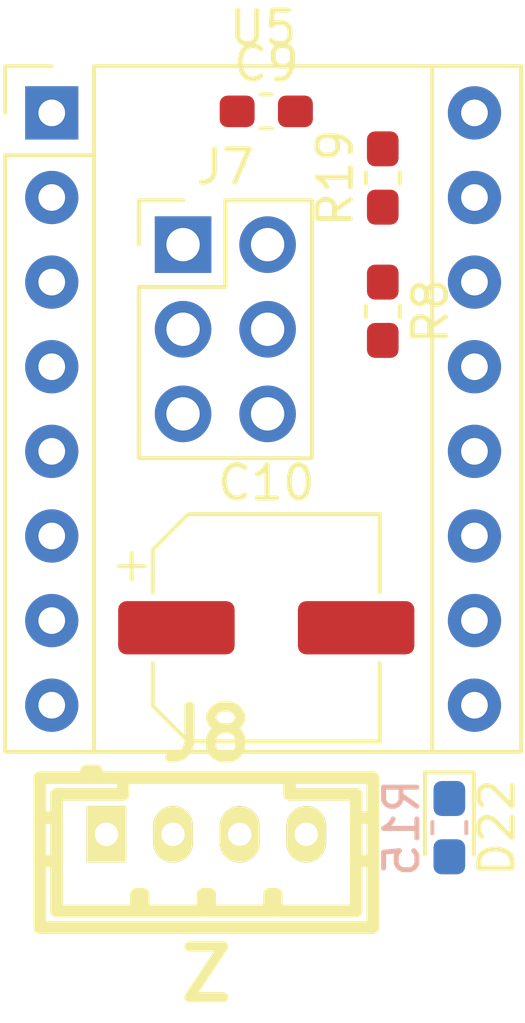
<source format=kicad_pcb>
(kicad_pcb (version 20171130) (host pcbnew 5.0.2-bee76a0~70~ubuntu18.04.1)

  (general
    (thickness 1.6)
    (drawings 0)
    (tracks 0)
    (zones 0)
    (modules 9)
    (nets 16)
  )

  (page A4)
  (layers
    (0 F.Cu signal)
    (31 B.Cu signal)
    (32 B.Adhes user)
    (33 F.Adhes user)
    (34 B.Paste user)
    (35 F.Paste user)
    (36 B.SilkS user)
    (37 F.SilkS user)
    (38 B.Mask user)
    (39 F.Mask user)
    (40 Dwgs.User user)
    (41 Cmts.User user)
    (42 Eco1.User user)
    (43 Eco2.User user)
    (44 Edge.Cuts user)
    (45 Margin user)
    (46 B.CrtYd user)
    (47 F.CrtYd user)
    (48 B.Fab user)
    (49 F.Fab user)
  )

  (setup
    (last_trace_width 0.25)
    (trace_clearance 0.2)
    (zone_clearance 0.508)
    (zone_45_only no)
    (trace_min 0.2)
    (segment_width 0.2)
    (edge_width 0.1)
    (via_size 0.8)
    (via_drill 0.4)
    (via_min_size 0.4)
    (via_min_drill 0.3)
    (uvia_size 0.3)
    (uvia_drill 0.1)
    (uvias_allowed no)
    (uvia_min_size 0.2)
    (uvia_min_drill 0.1)
    (pcb_text_width 0.3)
    (pcb_text_size 1.5 1.5)
    (mod_edge_width 0.15)
    (mod_text_size 1 1)
    (mod_text_width 0.15)
    (pad_size 1.5 1.5)
    (pad_drill 0.6)
    (pad_to_mask_clearance 0)
    (solder_mask_min_width 0.25)
    (aux_axis_origin 0 0)
    (visible_elements FFFFEF7F)
    (pcbplotparams
      (layerselection 0x010fc_ffffffff)
      (usegerberextensions false)
      (usegerberattributes false)
      (usegerberadvancedattributes false)
      (creategerberjobfile false)
      (excludeedgelayer true)
      (linewidth 0.100000)
      (plotframeref false)
      (viasonmask false)
      (mode 1)
      (useauxorigin false)
      (hpglpennumber 1)
      (hpglpenspeed 20)
      (hpglpendiameter 15.000000)
      (psnegative false)
      (psa4output false)
      (plotreference true)
      (plotvalue true)
      (plotinvisibletext false)
      (padsonsilk false)
      (subtractmaskfromsilk false)
      (outputformat 1)
      (mirror false)
      (drillshape 1)
      (scaleselection 1)
      (outputdirectory ""))
  )

  (net 0 "")
  (net 1 GND)
  (net 2 "Net-(J7-Pad1)")
  (net 3 "Net-(J7-Pad3)")
  (net 4 "Net-(J8-Pad4)")
  (net 5 "Net-(J7-Pad5)")
  (net 6 "Net-(J8-Pad3)")
  (net 7 "Net-(U5-Pad5)")
  (net 8 "Net-(J8-Pad2)")
  (net 9 "Net-(J8-Pad1)")
  (net 10 +12V)
  (net 11 +3V3_STM32)
  (net 12 "Net-(D22-Pad2)")
  (net 13 /~Z_EN~)
  (net 14 /Z_STEP)
  (net 15 /Z_DIR)

  (net_class Default "This is the default net class."
    (clearance 0.2)
    (trace_width 0.25)
    (via_dia 0.8)
    (via_drill 0.4)
    (uvia_dia 0.3)
    (uvia_drill 0.1)
    (add_net +12V)
    (add_net +3V3_STM32)
    (add_net /Z_DIR)
    (add_net /Z_STEP)
    (add_net /~Z_EN~)
    (add_net GND)
    (add_net "Net-(D22-Pad2)")
    (add_net "Net-(J7-Pad1)")
    (add_net "Net-(J7-Pad3)")
    (add_net "Net-(J7-Pad5)")
    (add_net "Net-(J8-Pad1)")
    (add_net "Net-(J8-Pad2)")
    (add_net "Net-(J8-Pad3)")
    (add_net "Net-(J8-Pad4)")
    (add_net "Net-(U5-Pad5)")
  )

  (module footprint-lib:Pololu_Breakout-16_15.2x20.3mm (layer F.Cu) (tedit 5BFD989B) (tstamp 5CC87EC6)
    (at 31.555 31.545)
    (descr "Pololu Breakout 16-pin 15.2x20.3mm 0.6x0.8\\")
    (tags "Pololu Breakout")
    (path /5CC04CBE)
    (fp_text reference U5 (at 6.35 -2.54) (layer F.SilkS)
      (effects (font (size 1 1) (thickness 0.15)))
    )
    (fp_text value A4988_MODULE (at 6.35 20.17) (layer F.Fab)
      (effects (font (size 1 1) (thickness 0.15)))
    )
    (fp_text user %R (at 6.35 0) (layer F.Fab)
      (effects (font (size 1 1) (thickness 0.15)))
    )
    (fp_line (start 11.43 -1.4) (end 11.43 19.18) (layer F.SilkS) (width 0.12))
    (fp_line (start 1.27 1.27) (end 1.27 19.18) (layer F.SilkS) (width 0.12))
    (fp_line (start 0 -1.4) (end -1.4 -1.4) (layer F.SilkS) (width 0.12))
    (fp_line (start -1.4 -1.4) (end -1.4 0) (layer F.SilkS) (width 0.12))
    (fp_line (start 1.27 -1.4) (end 1.27 1.27) (layer F.SilkS) (width 0.12))
    (fp_line (start 1.27 1.27) (end -1.4 1.27) (layer F.SilkS) (width 0.12))
    (fp_line (start -1.4 1.27) (end -1.4 19.18) (layer F.SilkS) (width 0.12))
    (fp_line (start -1.4 19.18) (end 14.1 19.18) (layer F.SilkS) (width 0.12))
    (fp_line (start 14.1 19.18) (end 14.1 -1.4) (layer F.SilkS) (width 0.12))
    (fp_line (start 14.1 -1.4) (end 1.27 -1.4) (layer F.SilkS) (width 0.12))
    (fp_line (start -1.27 0) (end 0 -1.27) (layer F.Fab) (width 0.1))
    (fp_line (start 0 -1.27) (end 13.97 -1.27) (layer F.Fab) (width 0.1))
    (fp_line (start 13.97 -1.27) (end 13.97 19.05) (layer F.Fab) (width 0.1))
    (fp_line (start 13.97 19.05) (end -1.27 19.05) (layer F.Fab) (width 0.1))
    (fp_line (start -1.27 19.05) (end -1.27 0) (layer F.Fab) (width 0.1))
    (fp_line (start -1.53 -1.52) (end 14.21 -1.52) (layer F.CrtYd) (width 0.05))
    (fp_line (start -1.53 -1.52) (end -1.53 19.3) (layer F.CrtYd) (width 0.05))
    (fp_line (start 14.21 19.3) (end 14.21 -1.52) (layer F.CrtYd) (width 0.05))
    (fp_line (start 14.21 19.3) (end -1.53 19.3) (layer F.CrtYd) (width 0.05))
    (pad 1 thru_hole rect (at 0 0) (size 1.6 1.6) (drill 0.8) (layers *.Cu *.Mask)
      (net 13 /~Z_EN~))
    (pad 9 thru_hole oval (at 12.7 17.78) (size 1.6 1.6) (drill 0.8) (layers *.Cu *.Mask)
      (net 1 GND))
    (pad 2 thru_hole oval (at 0 2.54) (size 1.6 1.6) (drill 0.8) (layers *.Cu *.Mask)
      (net 2 "Net-(J7-Pad1)"))
    (pad 10 thru_hole oval (at 12.7 15.24) (size 1.6 1.6) (drill 0.8) (layers *.Cu *.Mask)
      (net 11 +3V3_STM32))
    (pad 3 thru_hole oval (at 0 5.08) (size 1.6 1.6) (drill 0.8) (layers *.Cu *.Mask)
      (net 3 "Net-(J7-Pad3)"))
    (pad 11 thru_hole oval (at 12.7 12.7) (size 1.6 1.6) (drill 0.8) (layers *.Cu *.Mask)
      (net 4 "Net-(J8-Pad4)"))
    (pad 4 thru_hole oval (at 0 7.62) (size 1.6 1.6) (drill 0.8) (layers *.Cu *.Mask)
      (net 5 "Net-(J7-Pad5)"))
    (pad 12 thru_hole oval (at 12.7 10.16) (size 1.6 1.6) (drill 0.8) (layers *.Cu *.Mask)
      (net 6 "Net-(J8-Pad3)"))
    (pad 5 thru_hole oval (at 0 10.16) (size 1.6 1.6) (drill 0.8) (layers *.Cu *.Mask)
      (net 7 "Net-(U5-Pad5)"))
    (pad 13 thru_hole oval (at 12.7 7.62) (size 1.6 1.6) (drill 0.8) (layers *.Cu *.Mask)
      (net 8 "Net-(J8-Pad2)"))
    (pad 6 thru_hole oval (at 0 12.7) (size 1.6 1.6) (drill 0.8) (layers *.Cu *.Mask)
      (net 7 "Net-(U5-Pad5)"))
    (pad 14 thru_hole oval (at 12.7 5.08) (size 1.6 1.6) (drill 0.8) (layers *.Cu *.Mask)
      (net 9 "Net-(J8-Pad1)"))
    (pad 7 thru_hole oval (at 0 15.24) (size 1.6 1.6) (drill 0.8) (layers *.Cu *.Mask)
      (net 14 /Z_STEP))
    (pad 15 thru_hole oval (at 12.7 2.54) (size 1.6 1.6) (drill 0.8) (layers *.Cu *.Mask)
      (net 1 GND))
    (pad 8 thru_hole oval (at 0 17.78) (size 1.6 1.6) (drill 0.8) (layers *.Cu *.Mask)
      (net 15 /Z_DIR))
    (pad 16 thru_hole oval (at 12.7 0) (size 1.6 1.6) (drill 0.8) (layers *.Cu *.Mask)
      (net 10 +12V))
    (model ${KISYS3DMOD}/Module.3dshapes/Pololu_Breakout-16_15.2x20.3mm.wrl
      (at (xyz 0 0 0))
      (scale (xyz 1 1 1))
      (rotate (xyz 0 0 0))
    )
    (model /home/logic/_workspace/kicad/kicad_library/kicad-packages3d/3d_con_pcb/conF_08.wrl
      (offset (xyz 0 -9 -0.5))
      (scale (xyz 1 1 1))
      (rotate (xyz 0 0 90))
    )
    (model /home/logic/_workspace/kicad/kicad_library/kicad-packages3d/3d_con_pcb/conF_08.wrl
      (offset (xyz 12.5 -9 -0.5))
      (scale (xyz 1 1 1))
      (rotate (xyz 0 0 90))
    )
    (model "/home/logic/_workspace/kicad/kicad_library/kicad-packages3d/A4988 one body.step"
      (offset (xyz 6.5 -9 10.5))
      (scale (xyz 1 1 1))
      (rotate (xyz 0 0 0))
    )
  )

  (module footprint-lib:b4b-ph-kl,stepper_terminal (layer F.Cu) (tedit 0) (tstamp 5CC87EA4)
    (at 36.2 53.2)
    (descr "JST PH series connector, B4B-PH-KL")
    (path /5CC04D02)
    (fp_text reference J8 (at 0 -2.99974) (layer F.SilkS)
      (effects (font (size 1.524 1.524) (thickness 0.3048)))
    )
    (fp_text value Z (at 0 4.20116) (layer F.SilkS)
      (effects (font (size 1.524 1.524) (thickness 0.3048)))
    )
    (fp_line (start 0.09906 1.80086) (end 0.09906 2.30124) (layer F.SilkS) (width 0.381))
    (fp_line (start -0.09906 1.80086) (end 0.09906 1.80086) (layer F.SilkS) (width 0.381))
    (fp_line (start -0.09906 2.30124) (end -0.09906 1.80086) (layer F.SilkS) (width 0.381))
    (fp_line (start -5.00126 2.79908) (end 5.00126 2.79908) (layer F.SilkS) (width 0.381))
    (fp_line (start 4.50088 2.30124) (end -4.50088 2.30124) (layer F.SilkS) (width 0.381))
    (fp_line (start -5.00126 -1.69926) (end 5.00126 -1.69926) (layer F.SilkS) (width 0.381))
    (fp_line (start -1.90246 1.80086) (end -1.90246 2.30124) (layer F.SilkS) (width 0.381))
    (fp_line (start -2.10058 1.80086) (end -1.90246 1.80086) (layer F.SilkS) (width 0.381))
    (fp_line (start -2.10058 2.30124) (end -2.10058 1.80086) (layer F.SilkS) (width 0.381))
    (fp_line (start 1.89992 2.30124) (end 1.89992 1.80086) (layer F.SilkS) (width 0.381))
    (fp_line (start 1.89992 1.80086) (end 2.09804 1.80086) (layer F.SilkS) (width 0.381))
    (fp_line (start 2.09804 1.80086) (end 2.09804 2.30124) (layer F.SilkS) (width 0.381))
    (fp_line (start 5.00126 -0.50038) (end 4.50088 -0.50038) (layer F.SilkS) (width 0.381))
    (fp_line (start 4.50088 0.8001) (end 5.00126 0.8001) (layer F.SilkS) (width 0.381))
    (fp_line (start -4.50088 0.8001) (end -5.00126 0.8001) (layer F.SilkS) (width 0.381))
    (fp_line (start -4.50088 -0.50038) (end -5.00126 -0.50038) (layer F.SilkS) (width 0.381))
    (fp_line (start -2.5019 -1.69926) (end -2.5019 -1.19888) (layer F.SilkS) (width 0.381))
    (fp_line (start -2.5019 -1.19888) (end -4.50088 -1.19888) (layer F.SilkS) (width 0.381))
    (fp_line (start -4.50088 -1.19888) (end -4.50088 2.30124) (layer F.SilkS) (width 0.381))
    (fp_line (start 4.50088 2.30124) (end 4.50088 -1.19888) (layer F.SilkS) (width 0.381))
    (fp_line (start 4.50088 -1.19888) (end 2.5019 -1.19888) (layer F.SilkS) (width 0.381))
    (fp_line (start 2.5019 -1.19888) (end 2.5019 -1.69926) (layer F.SilkS) (width 0.381))
    (fp_line (start -5.00126 -1.69926) (end -5.00126 2.79908) (layer F.SilkS) (width 0.381))
    (fp_line (start 5.00126 -1.69926) (end 5.00126 2.79908) (layer F.SilkS) (width 0.381))
    (fp_line (start -3.302 -1.69926) (end -3.302 -1.89992) (layer F.SilkS) (width 0.381))
    (fp_line (start -3.302 -1.89992) (end -3.60172 -1.89992) (layer F.SilkS) (width 0.381))
    (fp_line (start -3.60172 -1.89992) (end -3.60172 -1.69926) (layer F.SilkS) (width 0.381))
    (pad 1 thru_hole rect (at -3.00228 0) (size 1.19888 1.69926) (drill 0.70104) (layers *.Cu *.Mask F.SilkS)
      (net 9 "Net-(J8-Pad1)"))
    (pad 3 thru_hole oval (at 1.00076 0) (size 1.19888 1.69926) (drill 0.70104) (layers *.Cu *.Mask F.SilkS)
      (net 6 "Net-(J8-Pad3)"))
    (pad 2 thru_hole oval (at -1.00076 0) (size 1.19888 1.69926) (drill 0.70104) (layers *.Cu *.Mask F.SilkS)
      (net 8 "Net-(J8-Pad2)"))
    (pad 4 thru_hole oval (at 2.99974 0) (size 1.19888 1.69926) (drill 0.70104) (layers *.Cu *.Mask F.SilkS)
      (net 4 "Net-(J8-Pad4)"))
    (model ${HOME}/_workspace/kicad/kicad_library/smisioto-footprints/modules/packages3d/walter/conn_jst-ph/b4b-ph-kl.wrl
      (at (xyz 0 0 0))
      (scale (xyz 1 1 1))
      (rotate (xyz 0 0 0))
    )
  )

  (module Capacitor_SMD:C_0603_1608Metric_Pad1.05x0.95mm_HandSolder (layer F.Cu) (tedit 5B301BBE) (tstamp 5CC5645F)
    (at 38 31.5)
    (descr "Capacitor SMD 0603 (1608 Metric), square (rectangular) end terminal, IPC_7351 nominal with elongated pad for handsoldering. (Body size source: http://www.tortai-tech.com/upload/download/2011102023233369053.pdf), generated with kicad-footprint-generator")
    (tags "capacitor handsolder")
    (path /5CC40BE7)
    (attr smd)
    (fp_text reference C9 (at 0 -1.43) (layer F.SilkS)
      (effects (font (size 1 1) (thickness 0.15)))
    )
    (fp_text value C104,0603 (at 0 1.43) (layer F.Fab)
      (effects (font (size 1 1) (thickness 0.15)))
    )
    (fp_line (start -0.8 0.4) (end -0.8 -0.4) (layer F.Fab) (width 0.1))
    (fp_line (start -0.8 -0.4) (end 0.8 -0.4) (layer F.Fab) (width 0.1))
    (fp_line (start 0.8 -0.4) (end 0.8 0.4) (layer F.Fab) (width 0.1))
    (fp_line (start 0.8 0.4) (end -0.8 0.4) (layer F.Fab) (width 0.1))
    (fp_line (start -0.171267 -0.51) (end 0.171267 -0.51) (layer F.SilkS) (width 0.12))
    (fp_line (start -0.171267 0.51) (end 0.171267 0.51) (layer F.SilkS) (width 0.12))
    (fp_line (start -1.65 0.73) (end -1.65 -0.73) (layer F.CrtYd) (width 0.05))
    (fp_line (start -1.65 -0.73) (end 1.65 -0.73) (layer F.CrtYd) (width 0.05))
    (fp_line (start 1.65 -0.73) (end 1.65 0.73) (layer F.CrtYd) (width 0.05))
    (fp_line (start 1.65 0.73) (end -1.65 0.73) (layer F.CrtYd) (width 0.05))
    (fp_text user %R (at 0 0) (layer F.Fab)
      (effects (font (size 0.4 0.4) (thickness 0.06)))
    )
    (pad 1 smd roundrect (at -0.875 0) (size 1.05 0.95) (layers F.Cu F.Paste F.Mask) (roundrect_rratio 0.25)
      (net 1 GND))
    (pad 2 smd roundrect (at 0.875 0) (size 1.05 0.95) (layers F.Cu F.Paste F.Mask) (roundrect_rratio 0.25)
      (net 11 +3V3_STM32))
    (model ${KISYS3DMOD}/Capacitor_SMD.3dshapes/C_0603_1608Metric.wrl
      (at (xyz 0 0 0))
      (scale (xyz 1 1 1))
      (rotate (xyz 0 0 0))
    )
  )

  (module LED_SMD:LED_0603_1608Metric_Pad1.05x0.95mm_HandSolder (layer F.Cu) (tedit 5B4B45C9) (tstamp 5CC56401)
    (at 43.5 53 270)
    (descr "LED SMD 0603 (1608 Metric), square (rectangular) end terminal, IPC_7351 nominal, (Body size source: http://www.tortai-tech.com/upload/download/2011102023233369053.pdf), generated with kicad-footprint-generator")
    (tags "LED handsolder")
    (path /5CC57FDB)
    (attr smd)
    (fp_text reference D22 (at 0 -1.43 270) (layer F.SilkS)
      (effects (font (size 1 1) (thickness 0.15)))
    )
    (fp_text value LED_BLUE,0603 (at 0 1.43 270) (layer F.Fab)
      (effects (font (size 1 1) (thickness 0.15)))
    )
    (fp_line (start 0.8 -0.4) (end -0.5 -0.4) (layer F.Fab) (width 0.1))
    (fp_line (start -0.5 -0.4) (end -0.8 -0.1) (layer F.Fab) (width 0.1))
    (fp_line (start -0.8 -0.1) (end -0.8 0.4) (layer F.Fab) (width 0.1))
    (fp_line (start -0.8 0.4) (end 0.8 0.4) (layer F.Fab) (width 0.1))
    (fp_line (start 0.8 0.4) (end 0.8 -0.4) (layer F.Fab) (width 0.1))
    (fp_line (start 0.8 -0.735) (end -1.66 -0.735) (layer F.SilkS) (width 0.12))
    (fp_line (start -1.66 -0.735) (end -1.66 0.735) (layer F.SilkS) (width 0.12))
    (fp_line (start -1.66 0.735) (end 0.8 0.735) (layer F.SilkS) (width 0.12))
    (fp_line (start -1.65 0.73) (end -1.65 -0.73) (layer F.CrtYd) (width 0.05))
    (fp_line (start -1.65 -0.73) (end 1.65 -0.73) (layer F.CrtYd) (width 0.05))
    (fp_line (start 1.65 -0.73) (end 1.65 0.73) (layer F.CrtYd) (width 0.05))
    (fp_line (start 1.65 0.73) (end -1.65 0.73) (layer F.CrtYd) (width 0.05))
    (fp_text user %R (at 0 0 270) (layer F.Fab)
      (effects (font (size 0.4 0.4) (thickness 0.06)))
    )
    (pad 1 smd roundrect (at -0.875 0 270) (size 1.05 0.95) (layers F.Cu F.Paste F.Mask) (roundrect_rratio 0.25)
      (net 13 /~Z_EN~))
    (pad 2 smd roundrect (at 0.875 0 270) (size 1.05 0.95) (layers F.Cu F.Paste F.Mask) (roundrect_rratio 0.25)
      (net 12 "Net-(D22-Pad2)"))
    (model ${KISYS3DMOD}/LED_SMD.3dshapes/LED_0603_1608Metric.wrl
      (at (xyz 0 0 0))
      (scale (xyz 1 1 1))
      (rotate (xyz 0 0 0))
    )
  )

  (module Resistor_SMD:R_0603_1608Metric_Pad1.05x0.95mm_HandSolder (layer F.Cu) (tedit 5B301BBD) (tstamp 5CC563A0)
    (at 41.5 33.5 90)
    (descr "Resistor SMD 0603 (1608 Metric), square (rectangular) end terminal, IPC_7351 nominal with elongated pad for handsoldering. (Body size source: http://www.tortai-tech.com/upload/download/2011102023233369053.pdf), generated with kicad-footprint-generator")
    (tags "resistor handsolder")
    (path /5CC57FC6)
    (attr smd)
    (fp_text reference R19 (at 0 -1.43 90) (layer F.SilkS)
      (effects (font (size 1 1) (thickness 0.15)))
    )
    (fp_text value R103,0603 (at 0 1.43 90) (layer F.Fab)
      (effects (font (size 1 1) (thickness 0.15)))
    )
    (fp_text user %R (at 0 0 90) (layer F.Fab)
      (effects (font (size 0.4 0.4) (thickness 0.06)))
    )
    (fp_line (start 1.65 0.73) (end -1.65 0.73) (layer F.CrtYd) (width 0.05))
    (fp_line (start 1.65 -0.73) (end 1.65 0.73) (layer F.CrtYd) (width 0.05))
    (fp_line (start -1.65 -0.73) (end 1.65 -0.73) (layer F.CrtYd) (width 0.05))
    (fp_line (start -1.65 0.73) (end -1.65 -0.73) (layer F.CrtYd) (width 0.05))
    (fp_line (start -0.171267 0.51) (end 0.171267 0.51) (layer F.SilkS) (width 0.12))
    (fp_line (start -0.171267 -0.51) (end 0.171267 -0.51) (layer F.SilkS) (width 0.12))
    (fp_line (start 0.8 0.4) (end -0.8 0.4) (layer F.Fab) (width 0.1))
    (fp_line (start 0.8 -0.4) (end 0.8 0.4) (layer F.Fab) (width 0.1))
    (fp_line (start -0.8 -0.4) (end 0.8 -0.4) (layer F.Fab) (width 0.1))
    (fp_line (start -0.8 0.4) (end -0.8 -0.4) (layer F.Fab) (width 0.1))
    (pad 2 smd roundrect (at 0.875 0 90) (size 1.05 0.95) (layers F.Cu F.Paste F.Mask) (roundrect_rratio 0.25)
      (net 13 /~Z_EN~))
    (pad 1 smd roundrect (at -0.875 0 90) (size 1.05 0.95) (layers F.Cu F.Paste F.Mask) (roundrect_rratio 0.25)
      (net 11 +3V3_STM32))
    (model ${KISYS3DMOD}/Resistor_SMD.3dshapes/R_0603_1608Metric.wrl
      (at (xyz 0 0 0))
      (scale (xyz 1 1 1))
      (rotate (xyz 0 0 0))
    )
  )

  (module Resistor_SMD:R_0603_1608Metric_Pad1.05x0.95mm_HandSolder (layer B.Cu) (tedit 5B301BBD) (tstamp 5CC5638F)
    (at 43.5 53 270)
    (descr "Resistor SMD 0603 (1608 Metric), square (rectangular) end terminal, IPC_7351 nominal with elongated pad for handsoldering. (Body size source: http://www.tortai-tech.com/upload/download/2011102023233369053.pdf), generated with kicad-footprint-generator")
    (tags "resistor handsolder")
    (path /5CC57FD4)
    (attr smd)
    (fp_text reference R15 (at 0 1.43 270) (layer B.SilkS)
      (effects (font (size 1 1) (thickness 0.15)) (justify mirror))
    )
    (fp_text value R102,0603 (at 0 -1.43 270) (layer B.Fab)
      (effects (font (size 1 1) (thickness 0.15)) (justify mirror))
    )
    (fp_line (start -0.8 -0.4) (end -0.8 0.4) (layer B.Fab) (width 0.1))
    (fp_line (start -0.8 0.4) (end 0.8 0.4) (layer B.Fab) (width 0.1))
    (fp_line (start 0.8 0.4) (end 0.8 -0.4) (layer B.Fab) (width 0.1))
    (fp_line (start 0.8 -0.4) (end -0.8 -0.4) (layer B.Fab) (width 0.1))
    (fp_line (start -0.171267 0.51) (end 0.171267 0.51) (layer B.SilkS) (width 0.12))
    (fp_line (start -0.171267 -0.51) (end 0.171267 -0.51) (layer B.SilkS) (width 0.12))
    (fp_line (start -1.65 -0.73) (end -1.65 0.73) (layer B.CrtYd) (width 0.05))
    (fp_line (start -1.65 0.73) (end 1.65 0.73) (layer B.CrtYd) (width 0.05))
    (fp_line (start 1.65 0.73) (end 1.65 -0.73) (layer B.CrtYd) (width 0.05))
    (fp_line (start 1.65 -0.73) (end -1.65 -0.73) (layer B.CrtYd) (width 0.05))
    (fp_text user %R (at 0 0 270) (layer B.Fab)
      (effects (font (size 0.4 0.4) (thickness 0.06)) (justify mirror))
    )
    (pad 1 smd roundrect (at -0.875 0 270) (size 1.05 0.95) (layers B.Cu B.Paste B.Mask) (roundrect_rratio 0.25)
      (net 11 +3V3_STM32))
    (pad 2 smd roundrect (at 0.875 0 270) (size 1.05 0.95) (layers B.Cu B.Paste B.Mask) (roundrect_rratio 0.25)
      (net 12 "Net-(D22-Pad2)"))
    (model ${KISYS3DMOD}/Resistor_SMD.3dshapes/R_0603_1608Metric.wrl
      (at (xyz 0 0 0))
      (scale (xyz 1 1 1))
      (rotate (xyz 0 0 0))
    )
  )

  (module Capacitor_SMD:CP_Elec_6.3x7.7 (layer F.Cu) (tedit 5BCA39D0) (tstamp 5CCE7390)
    (at 38 47)
    (descr "SMD capacitor, aluminum electrolytic, Nichicon, 6.3x7.7mm")
    (tags "capacitor electrolytic")
    (path /5CC04D36)
    (attr smd)
    (fp_text reference C10 (at 0 -4.35) (layer F.SilkS)
      (effects (font (size 1 1) (thickness 0.15)))
    )
    (fp_text value CP100uf,25V (at 0 4.35) (layer F.Fab)
      (effects (font (size 1 1) (thickness 0.15)))
    )
    (fp_circle (center 0 0) (end 3.15 0) (layer F.Fab) (width 0.1))
    (fp_line (start 3.3 -3.3) (end 3.3 3.3) (layer F.Fab) (width 0.1))
    (fp_line (start -2.3 -3.3) (end 3.3 -3.3) (layer F.Fab) (width 0.1))
    (fp_line (start -2.3 3.3) (end 3.3 3.3) (layer F.Fab) (width 0.1))
    (fp_line (start -3.3 -2.3) (end -3.3 2.3) (layer F.Fab) (width 0.1))
    (fp_line (start -3.3 -2.3) (end -2.3 -3.3) (layer F.Fab) (width 0.1))
    (fp_line (start -3.3 2.3) (end -2.3 3.3) (layer F.Fab) (width 0.1))
    (fp_line (start -2.704838 -1.33) (end -2.074838 -1.33) (layer F.Fab) (width 0.1))
    (fp_line (start -2.389838 -1.645) (end -2.389838 -1.015) (layer F.Fab) (width 0.1))
    (fp_line (start 3.41 3.41) (end 3.41 1.06) (layer F.SilkS) (width 0.12))
    (fp_line (start 3.41 -3.41) (end 3.41 -1.06) (layer F.SilkS) (width 0.12))
    (fp_line (start -2.345563 -3.41) (end 3.41 -3.41) (layer F.SilkS) (width 0.12))
    (fp_line (start -2.345563 3.41) (end 3.41 3.41) (layer F.SilkS) (width 0.12))
    (fp_line (start -3.41 2.345563) (end -3.41 1.06) (layer F.SilkS) (width 0.12))
    (fp_line (start -3.41 -2.345563) (end -3.41 -1.06) (layer F.SilkS) (width 0.12))
    (fp_line (start -3.41 -2.345563) (end -2.345563 -3.41) (layer F.SilkS) (width 0.12))
    (fp_line (start -3.41 2.345563) (end -2.345563 3.41) (layer F.SilkS) (width 0.12))
    (fp_line (start -4.4375 -1.8475) (end -3.65 -1.8475) (layer F.SilkS) (width 0.12))
    (fp_line (start -4.04375 -2.24125) (end -4.04375 -1.45375) (layer F.SilkS) (width 0.12))
    (fp_line (start 3.55 -3.55) (end 3.55 -1.05) (layer F.CrtYd) (width 0.05))
    (fp_line (start 3.55 -1.05) (end 4.7 -1.05) (layer F.CrtYd) (width 0.05))
    (fp_line (start 4.7 -1.05) (end 4.7 1.05) (layer F.CrtYd) (width 0.05))
    (fp_line (start 4.7 1.05) (end 3.55 1.05) (layer F.CrtYd) (width 0.05))
    (fp_line (start 3.55 1.05) (end 3.55 3.55) (layer F.CrtYd) (width 0.05))
    (fp_line (start -2.4 3.55) (end 3.55 3.55) (layer F.CrtYd) (width 0.05))
    (fp_line (start -2.4 -3.55) (end 3.55 -3.55) (layer F.CrtYd) (width 0.05))
    (fp_line (start -3.55 2.4) (end -2.4 3.55) (layer F.CrtYd) (width 0.05))
    (fp_line (start -3.55 -2.4) (end -2.4 -3.55) (layer F.CrtYd) (width 0.05))
    (fp_line (start -3.55 -2.4) (end -3.55 -1.05) (layer F.CrtYd) (width 0.05))
    (fp_line (start -3.55 1.05) (end -3.55 2.4) (layer F.CrtYd) (width 0.05))
    (fp_line (start -3.55 -1.05) (end -4.7 -1.05) (layer F.CrtYd) (width 0.05))
    (fp_line (start -4.7 -1.05) (end -4.7 1.05) (layer F.CrtYd) (width 0.05))
    (fp_line (start -4.7 1.05) (end -3.55 1.05) (layer F.CrtYd) (width 0.05))
    (fp_text user %R (at 0 0) (layer F.Fab)
      (effects (font (size 1 1) (thickness 0.15)))
    )
    (pad 1 smd roundrect (at -2.7 0) (size 3.5 1.6) (layers F.Cu F.Paste F.Mask) (roundrect_rratio 0.15625)
      (net 10 +12V))
    (pad 2 smd roundrect (at 2.7 0) (size 3.5 1.6) (layers F.Cu F.Paste F.Mask) (roundrect_rratio 0.15625)
      (net 1 GND))
    (model ${KISYS3DMOD}/Capacitor_SMD.3dshapes/CP_Elec_6.3x7.7.wrl
      (at (xyz 0 0 0))
      (scale (xyz 1 1 1))
      (rotate (xyz 0 0 0))
    )
  )

  (module Connector_PinHeader_2.54mm:PinHeader_2x03_P2.54mm_Vertical (layer F.Cu) (tedit 59FED5CC) (tstamp 5CCE7350)
    (at 35.5 35.5)
    (descr "Through hole straight pin header, 2x03, 2.54mm pitch, double rows")
    (tags "Through hole pin header THT 2x03 2.54mm double row")
    (path /5CC02F8E)
    (fp_text reference J7 (at 1.27 -2.33) (layer F.SilkS)
      (effects (font (size 1 1) (thickness 0.15)))
    )
    (fp_text value MS_SELECT (at 1.27 7.41) (layer F.Fab)
      (effects (font (size 1 1) (thickness 0.15)))
    )
    (fp_line (start 0 -1.27) (end 3.81 -1.27) (layer F.Fab) (width 0.1))
    (fp_line (start 3.81 -1.27) (end 3.81 6.35) (layer F.Fab) (width 0.1))
    (fp_line (start 3.81 6.35) (end -1.27 6.35) (layer F.Fab) (width 0.1))
    (fp_line (start -1.27 6.35) (end -1.27 0) (layer F.Fab) (width 0.1))
    (fp_line (start -1.27 0) (end 0 -1.27) (layer F.Fab) (width 0.1))
    (fp_line (start -1.33 6.41) (end 3.87 6.41) (layer F.SilkS) (width 0.12))
    (fp_line (start -1.33 1.27) (end -1.33 6.41) (layer F.SilkS) (width 0.12))
    (fp_line (start 3.87 -1.33) (end 3.87 6.41) (layer F.SilkS) (width 0.12))
    (fp_line (start -1.33 1.27) (end 1.27 1.27) (layer F.SilkS) (width 0.12))
    (fp_line (start 1.27 1.27) (end 1.27 -1.33) (layer F.SilkS) (width 0.12))
    (fp_line (start 1.27 -1.33) (end 3.87 -1.33) (layer F.SilkS) (width 0.12))
    (fp_line (start -1.33 0) (end -1.33 -1.33) (layer F.SilkS) (width 0.12))
    (fp_line (start -1.33 -1.33) (end 0 -1.33) (layer F.SilkS) (width 0.12))
    (fp_line (start -1.8 -1.8) (end -1.8 6.85) (layer F.CrtYd) (width 0.05))
    (fp_line (start -1.8 6.85) (end 4.35 6.85) (layer F.CrtYd) (width 0.05))
    (fp_line (start 4.35 6.85) (end 4.35 -1.8) (layer F.CrtYd) (width 0.05))
    (fp_line (start 4.35 -1.8) (end -1.8 -1.8) (layer F.CrtYd) (width 0.05))
    (fp_text user %R (at 1.27 2.54 90) (layer F.Fab)
      (effects (font (size 1 1) (thickness 0.15)))
    )
    (pad 1 thru_hole rect (at 0 0) (size 1.7 1.7) (drill 1) (layers *.Cu *.Mask)
      (net 2 "Net-(J7-Pad1)"))
    (pad 2 thru_hole oval (at 2.54 0) (size 1.7 1.7) (drill 1) (layers *.Cu *.Mask)
      (net 11 +3V3_STM32))
    (pad 3 thru_hole oval (at 0 2.54) (size 1.7 1.7) (drill 1) (layers *.Cu *.Mask)
      (net 3 "Net-(J7-Pad3)"))
    (pad 4 thru_hole oval (at 2.54 2.54) (size 1.7 1.7) (drill 1) (layers *.Cu *.Mask)
      (net 11 +3V3_STM32))
    (pad 5 thru_hole oval (at 0 5.08) (size 1.7 1.7) (drill 1) (layers *.Cu *.Mask)
      (net 5 "Net-(J7-Pad5)"))
    (pad 6 thru_hole oval (at 2.54 5.08) (size 1.7 1.7) (drill 1) (layers *.Cu *.Mask)
      (net 11 +3V3_STM32))
    (model ${KISYS3DMOD}/Connector_PinHeader_2.54mm.3dshapes/PinHeader_2x03_P2.54mm_Vertical.wrl
      (at (xyz 0 0 0))
      (scale (xyz 1 1 1))
      (rotate (xyz 0 0 0))
    )
  )

  (module Resistor_SMD:R_0603_1608Metric_Pad1.05x0.95mm_HandSolder (layer F.Cu) (tedit 5B301BBD) (tstamp 5CCE72FB)
    (at 41.5 37.5 270)
    (descr "Resistor SMD 0603 (1608 Metric), square (rectangular) end terminal, IPC_7351 nominal with elongated pad for handsoldering. (Body size source: http://www.tortai-tech.com/upload/download/2011102023233369053.pdf), generated with kicad-footprint-generator")
    (tags "resistor handsolder")
    (path /5CC04CD0)
    (attr smd)
    (fp_text reference R8 (at 0 -1.43 270) (layer F.SilkS)
      (effects (font (size 1 1) (thickness 0.15)))
    )
    (fp_text value R104,0603 (at 0 1.43 270) (layer F.Fab)
      (effects (font (size 1 1) (thickness 0.15)))
    )
    (fp_line (start -0.8 0.4) (end -0.8 -0.4) (layer F.Fab) (width 0.1))
    (fp_line (start -0.8 -0.4) (end 0.8 -0.4) (layer F.Fab) (width 0.1))
    (fp_line (start 0.8 -0.4) (end 0.8 0.4) (layer F.Fab) (width 0.1))
    (fp_line (start 0.8 0.4) (end -0.8 0.4) (layer F.Fab) (width 0.1))
    (fp_line (start -0.171267 -0.51) (end 0.171267 -0.51) (layer F.SilkS) (width 0.12))
    (fp_line (start -0.171267 0.51) (end 0.171267 0.51) (layer F.SilkS) (width 0.12))
    (fp_line (start -1.65 0.73) (end -1.65 -0.73) (layer F.CrtYd) (width 0.05))
    (fp_line (start -1.65 -0.73) (end 1.65 -0.73) (layer F.CrtYd) (width 0.05))
    (fp_line (start 1.65 -0.73) (end 1.65 0.73) (layer F.CrtYd) (width 0.05))
    (fp_line (start 1.65 0.73) (end -1.65 0.73) (layer F.CrtYd) (width 0.05))
    (fp_text user %R (at 0 0 270) (layer F.Fab)
      (effects (font (size 0.4 0.4) (thickness 0.06)))
    )
    (pad 1 smd roundrect (at -0.875 0 270) (size 1.05 0.95) (layers F.Cu F.Paste F.Mask) (roundrect_rratio 0.25)
      (net 1 GND))
    (pad 2 smd roundrect (at 0.875 0 270) (size 1.05 0.95) (layers F.Cu F.Paste F.Mask) (roundrect_rratio 0.25)
      (net 2 "Net-(J7-Pad1)"))
    (model ${KISYS3DMOD}/Resistor_SMD.3dshapes/R_0603_1608Metric.wrl
      (at (xyz 0 0 0))
      (scale (xyz 1 1 1))
      (rotate (xyz 0 0 0))
    )
  )

)

</source>
